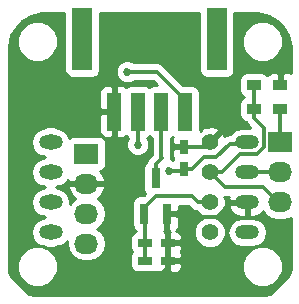
<source format=gbr>
G04 #@! TF.FileFunction,Copper,L2,Bot,Signal*
%FSLAX46Y46*%
G04 Gerber Fmt 4.6, Leading zero omitted, Abs format (unit mm)*
G04 Created by KiCad (PCBNEW 4.0.2+dfsg1-stable) date Sat 29 Oct 2016 09:34:00 PM EDT*
%MOMM*%
G01*
G04 APERTURE LIST*
%ADD10C,0.090000*%
%ADD11R,1.200000X0.750000*%
%ADD12R,1.206500X3.200400*%
%ADD13R,1.700022X5.299964*%
%ADD14R,0.750000X1.200000*%
%ADD15R,0.800100X1.800860*%
%ADD16R,1.200000X0.900000*%
%ADD17O,2.000000X1.200000*%
%ADD18R,2.032000X1.727200*%
%ADD19O,2.032000X1.727200*%
%ADD20C,1.422400*%
%ADD21C,0.685800*%
%ADD22C,0.304800*%
%ADD23C,0.254000*%
G04 APERTURE END LIST*
D10*
D11*
X132969000Y-96393000D03*
X134869000Y-96393000D03*
X132969000Y-97917000D03*
X134869000Y-97917000D03*
D12*
X130335020Y-85290660D03*
X132335016Y-85290660D03*
X134335012Y-85290660D03*
X136335008Y-85290660D03*
D13*
X127635000Y-79121000D03*
X139035028Y-79121000D03*
D14*
X136271000Y-90165000D03*
X136271000Y-88265000D03*
D15*
X134808000Y-93934280D03*
X132908000Y-93934280D03*
X133858000Y-90932000D03*
D16*
X142199000Y-85090000D03*
X144399000Y-85090000D03*
X144399000Y-83058000D03*
X142199000Y-83058000D03*
D17*
X141605000Y-87884000D03*
X124968000Y-87884000D03*
X141605000Y-90424000D03*
X124968000Y-90424000D03*
X141605000Y-92964000D03*
X124968000Y-92964000D03*
X141605000Y-95504000D03*
X124968000Y-95504000D03*
D18*
X144399000Y-87884000D03*
D19*
X144399000Y-90424000D03*
X144399000Y-92964000D03*
D20*
X124968000Y-95504000D03*
X138430000Y-95504000D03*
X124968000Y-92964000D03*
X138430000Y-92964000D03*
X124968000Y-90424000D03*
X138430000Y-90424000D03*
X124968000Y-87884000D03*
X138430000Y-87884000D03*
D18*
X128003300Y-88849200D03*
D19*
X128003300Y-91389200D03*
X128003300Y-93929200D03*
X128003300Y-96469200D03*
D21*
X132345064Y-88088099D03*
X131445000Y-81915000D03*
X134988300Y-90284300D03*
D22*
X132969000Y-96393000D02*
X132969000Y-93995280D01*
X138430000Y-92964000D02*
X137424212Y-92964000D01*
X133885900Y-92456000D02*
X132908000Y-93433900D01*
X136916212Y-92456000D02*
X133885900Y-92456000D01*
X137424212Y-92964000D02*
X136916212Y-92456000D01*
X132908000Y-93433900D02*
X132908000Y-93934280D01*
X132969000Y-93995280D02*
X132908000Y-93934280D01*
X132969000Y-97917000D02*
X132969000Y-96393000D01*
X130335020Y-85290660D02*
X130335020Y-91376500D01*
X130335020Y-91376500D02*
X130335020Y-97442020D01*
X128003300Y-91389200D02*
X129324100Y-91389200D01*
X129324100Y-91389200D02*
X129336800Y-91376500D01*
X129336800Y-91376500D02*
X130335020Y-91376500D01*
X134869000Y-98430000D02*
X134869000Y-97917000D01*
X134366000Y-98933000D02*
X134869000Y-98430000D01*
X131826000Y-98933000D02*
X134366000Y-98933000D01*
X130335020Y-97442020D02*
X131826000Y-98933000D01*
X134869000Y-96393000D02*
X134869000Y-93995280D01*
X134808000Y-93934280D02*
X135512850Y-93934280D01*
X140300200Y-92964000D02*
X141605000Y-92964000D01*
X139030200Y-94234000D02*
X140300200Y-92964000D01*
X135812570Y-94234000D02*
X139030200Y-94234000D01*
X135512850Y-93934280D02*
X135812570Y-94234000D01*
X134808000Y-93934280D02*
X134808000Y-93433900D01*
X134869000Y-93995280D02*
X134808000Y-93934280D01*
X134869000Y-97917000D02*
X134869000Y-96393000D01*
X136271000Y-88265000D02*
X138049000Y-88265000D01*
X138049000Y-88265000D02*
X138430000Y-87884000D01*
X142199000Y-85090000D02*
X142199000Y-83058000D01*
X138430000Y-90424000D02*
X139435788Y-90424000D01*
X143001999Y-86647799D02*
X142199000Y-85844800D01*
X139435788Y-90424000D02*
X140994778Y-88865010D01*
X140994778Y-88865010D02*
X142411347Y-88865010D01*
X142411347Y-88865010D02*
X143001999Y-88274358D01*
X143001999Y-88274358D02*
X143001999Y-86647799D01*
X142199000Y-85844800D02*
X142199000Y-85090000D01*
X132335016Y-85290660D02*
X132335016Y-88078051D01*
X132335016Y-88078051D02*
X132345064Y-88088099D01*
X138430000Y-90424000D02*
X139700000Y-91694000D01*
X139700000Y-91694000D02*
X142976600Y-91694000D01*
X142976600Y-91694000D02*
X144246600Y-92964000D01*
X144246600Y-92964000D02*
X144399000Y-92964000D01*
X131445000Y-81915000D02*
X133956298Y-81915000D01*
X133956298Y-81915000D02*
X136335008Y-84293710D01*
X136335008Y-84293710D02*
X136335008Y-85290660D01*
X134366000Y-89218770D02*
X134335012Y-89187782D01*
X133858000Y-89726770D02*
X134366000Y-89218770D01*
X133858000Y-90932000D02*
X133858000Y-89726770D01*
X134335012Y-89187782D02*
X134335012Y-85290660D01*
X136271000Y-90165000D02*
X136950800Y-90165000D01*
X137961800Y-89154000D02*
X138963400Y-89154000D01*
X136950800Y-90165000D02*
X137961800Y-89154000D01*
X138963400Y-89154000D02*
X140119100Y-87998300D01*
X141490700Y-87998300D02*
X141605000Y-87884000D01*
X140119100Y-87998300D02*
X141490700Y-87998300D01*
X134988300Y-90284300D02*
X136151700Y-90284300D01*
X136151700Y-90284300D02*
X136271000Y-90165000D01*
X141285000Y-88204000D02*
X141605000Y-87884000D01*
X144399000Y-85090000D02*
X144399000Y-87884000D01*
X141605000Y-90424000D02*
X144399000Y-90424000D01*
D23*
G36*
X126137549Y-81770982D02*
X126181827Y-82006299D01*
X126320899Y-82222423D01*
X126533099Y-82367413D01*
X126784989Y-82418422D01*
X128485011Y-82418422D01*
X128720328Y-82374144D01*
X128936452Y-82235072D01*
X129081442Y-82022872D01*
X129132451Y-81770982D01*
X129132451Y-76962000D01*
X137537577Y-76962000D01*
X137537577Y-81770982D01*
X137581855Y-82006299D01*
X137720927Y-82222423D01*
X137933127Y-82367413D01*
X138185017Y-82418422D01*
X139885039Y-82418422D01*
X140120356Y-82374144D01*
X140336480Y-82235072D01*
X140481470Y-82022872D01*
X140532479Y-81770982D01*
X140532479Y-79718599D01*
X141139699Y-79718599D01*
X141403281Y-80356515D01*
X141890918Y-80845004D01*
X142528373Y-81109699D01*
X143218599Y-81110301D01*
X143856515Y-80846719D01*
X144345004Y-80359082D01*
X144609699Y-79721627D01*
X144610301Y-79031401D01*
X144346719Y-78393485D01*
X143859082Y-77904996D01*
X143221627Y-77640301D01*
X142531401Y-77639699D01*
X141893485Y-77903281D01*
X141404996Y-78390918D01*
X141140301Y-79028373D01*
X141139699Y-79718599D01*
X140532479Y-79718599D01*
X140532479Y-76962000D01*
X142431491Y-76962000D01*
X143420995Y-77158824D01*
X144123850Y-77628456D01*
X144621543Y-78126149D01*
X145091175Y-78829005D01*
X145288000Y-79818510D01*
X145288000Y-82040389D01*
X145125309Y-81973000D01*
X144684750Y-81973000D01*
X144526000Y-82131750D01*
X144526000Y-82931000D01*
X144546000Y-82931000D01*
X144546000Y-83185000D01*
X144526000Y-83185000D01*
X144526000Y-83205000D01*
X144272000Y-83205000D01*
X144272000Y-83185000D01*
X144252000Y-83185000D01*
X144252000Y-82931000D01*
X144272000Y-82931000D01*
X144272000Y-82131750D01*
X144113250Y-81973000D01*
X143672691Y-81973000D01*
X143439302Y-82069673D01*
X143298064Y-82210910D01*
X143263090Y-82156559D01*
X143050890Y-82011569D01*
X142799000Y-81960560D01*
X141599000Y-81960560D01*
X141363683Y-82004838D01*
X141147559Y-82143910D01*
X141002569Y-82356110D01*
X140951560Y-82608000D01*
X140951560Y-83508000D01*
X140995838Y-83743317D01*
X141134910Y-83959441D01*
X141304202Y-84075113D01*
X141147559Y-84175910D01*
X141002569Y-84388110D01*
X140951560Y-84640000D01*
X140951560Y-85540000D01*
X140995838Y-85775317D01*
X141134910Y-85991441D01*
X141347110Y-86136431D01*
X141483517Y-86164054D01*
X141642224Y-86401576D01*
X141889648Y-86649000D01*
X141172968Y-86649000D01*
X140700354Y-86743009D01*
X140299691Y-87010723D01*
X140165937Y-87210900D01*
X140119100Y-87210900D01*
X139817775Y-87270837D01*
X139683649Y-87360457D01*
X139610321Y-87183427D01*
X139373395Y-87120210D01*
X138609605Y-87884000D01*
X138623748Y-87898143D01*
X138444143Y-88077748D01*
X138430000Y-88063605D01*
X138415858Y-88077748D01*
X138236253Y-87898143D01*
X138250395Y-87884000D01*
X138236253Y-87869858D01*
X138415858Y-87690253D01*
X138430000Y-87704395D01*
X139193790Y-86940605D01*
X139130573Y-86703679D01*
X138625555Y-86525428D01*
X138090767Y-86554007D01*
X137729427Y-86703679D01*
X137666211Y-86940603D01*
X137585698Y-86860090D01*
X137585698Y-83690460D01*
X137541420Y-83455143D01*
X137402348Y-83239019D01*
X137190148Y-83094029D01*
X136938258Y-83043020D01*
X136197870Y-83043020D01*
X134513074Y-81358224D01*
X134257623Y-81187537D01*
X133956298Y-81127600D01*
X132040727Y-81127600D01*
X131999659Y-81086460D01*
X131640370Y-80937270D01*
X131251337Y-80936931D01*
X130891788Y-81085493D01*
X130616460Y-81360341D01*
X130467270Y-81719630D01*
X130466931Y-82108663D01*
X130615493Y-82468212D01*
X130890341Y-82743540D01*
X131249630Y-82892730D01*
X131638663Y-82893069D01*
X131998212Y-82744507D01*
X132040393Y-82702400D01*
X133630146Y-82702400D01*
X133970766Y-83043020D01*
X133731762Y-83043020D01*
X133496445Y-83087298D01*
X133333635Y-83192064D01*
X133190156Y-83094029D01*
X132938266Y-83043020D01*
X131731766Y-83043020D01*
X131496449Y-83087298D01*
X131336231Y-83190396D01*
X131297968Y-83152133D01*
X131064579Y-83055460D01*
X130620770Y-83055460D01*
X130462020Y-83214210D01*
X130462020Y-85163660D01*
X130482020Y-85163660D01*
X130482020Y-85417660D01*
X130462020Y-85417660D01*
X130462020Y-87367110D01*
X130620770Y-87525860D01*
X131064579Y-87525860D01*
X131297968Y-87429187D01*
X131337289Y-87389866D01*
X131479876Y-87487291D01*
X131547616Y-87501009D01*
X131547616Y-87502402D01*
X131516524Y-87533440D01*
X131367334Y-87892729D01*
X131366995Y-88281762D01*
X131515557Y-88641311D01*
X131790405Y-88916639D01*
X132149694Y-89065829D01*
X132538727Y-89066168D01*
X132898276Y-88917606D01*
X133173604Y-88642758D01*
X133322794Y-88283469D01*
X133323133Y-87894436D01*
X133174571Y-87534887D01*
X133140072Y-87500328D01*
X133173583Y-87494022D01*
X133336393Y-87389256D01*
X133479872Y-87487291D01*
X133547612Y-87501009D01*
X133547612Y-88923606D01*
X133301224Y-89169994D01*
X133130537Y-89425445D01*
X133116343Y-89496804D01*
X133006509Y-89567480D01*
X132861519Y-89779680D01*
X132810510Y-90031570D01*
X132810510Y-91832430D01*
X132854788Y-92067747D01*
X132974525Y-92253823D01*
X132841938Y-92386410D01*
X132507950Y-92386410D01*
X132272633Y-92430688D01*
X132056509Y-92569760D01*
X131911519Y-92781960D01*
X131860510Y-93033850D01*
X131860510Y-94834710D01*
X131904788Y-95070027D01*
X132043860Y-95286151D01*
X132181600Y-95380265D01*
X132181600Y-95405822D01*
X132133683Y-95414838D01*
X131917559Y-95553910D01*
X131772569Y-95766110D01*
X131721560Y-96018000D01*
X131721560Y-96768000D01*
X131765838Y-97003317D01*
X131864143Y-97156087D01*
X131772569Y-97290110D01*
X131721560Y-97542000D01*
X131721560Y-98292000D01*
X131765838Y-98527317D01*
X131904910Y-98743441D01*
X132117110Y-98888431D01*
X132369000Y-98939440D01*
X133569000Y-98939440D01*
X133804317Y-98895162D01*
X133907646Y-98828671D01*
X133909302Y-98830327D01*
X134142691Y-98927000D01*
X134583250Y-98927000D01*
X134742000Y-98768250D01*
X134742000Y-98044000D01*
X134996000Y-98044000D01*
X134996000Y-98768250D01*
X135154750Y-98927000D01*
X135595309Y-98927000D01*
X135828698Y-98830327D01*
X135890426Y-98768599D01*
X141139699Y-98768599D01*
X141403281Y-99406515D01*
X141890918Y-99895004D01*
X142528373Y-100159699D01*
X143218599Y-100160301D01*
X143856515Y-99896719D01*
X144345004Y-99409082D01*
X144609699Y-98771627D01*
X144610301Y-98081401D01*
X144346719Y-97443485D01*
X143859082Y-96954996D01*
X143221627Y-96690301D01*
X142531401Y-96689699D01*
X141893485Y-96953281D01*
X141404996Y-97440918D01*
X141140301Y-98078373D01*
X141139699Y-98768599D01*
X135890426Y-98768599D01*
X136007327Y-98651699D01*
X136104000Y-98418310D01*
X136104000Y-98202750D01*
X135945250Y-98044000D01*
X134996000Y-98044000D01*
X134742000Y-98044000D01*
X134722000Y-98044000D01*
X134722000Y-97790000D01*
X134742000Y-97790000D01*
X134742000Y-96520000D01*
X134996000Y-96520000D01*
X134996000Y-97790000D01*
X135945250Y-97790000D01*
X136104000Y-97631250D01*
X136104000Y-97415690D01*
X136007327Y-97182301D01*
X135980026Y-97155000D01*
X136007327Y-97127699D01*
X136104000Y-96894310D01*
X136104000Y-96678750D01*
X135945250Y-96520000D01*
X134996000Y-96520000D01*
X134742000Y-96520000D01*
X134722000Y-96520000D01*
X134722000Y-96266000D01*
X134742000Y-96266000D01*
X134742000Y-95541750D01*
X134596105Y-95395855D01*
X134681000Y-95310960D01*
X134681000Y-94061280D01*
X134935000Y-94061280D01*
X134935000Y-95310960D01*
X135080895Y-95456855D01*
X134996000Y-95541750D01*
X134996000Y-96266000D01*
X135945250Y-96266000D01*
X136104000Y-96107250D01*
X136104000Y-95891690D01*
X136007327Y-95658301D01*
X135828698Y-95479673D01*
X135595309Y-95383000D01*
X135543695Y-95383000D01*
X135567748Y-95373037D01*
X135746377Y-95194409D01*
X135843050Y-94961020D01*
X135843050Y-94220030D01*
X135684300Y-94061280D01*
X134935000Y-94061280D01*
X134681000Y-94061280D01*
X134661000Y-94061280D01*
X134661000Y-93807280D01*
X134681000Y-93807280D01*
X134681000Y-93787280D01*
X134935000Y-93787280D01*
X134935000Y-93807280D01*
X135684300Y-93807280D01*
X135843050Y-93648530D01*
X135843050Y-93243400D01*
X136590060Y-93243400D01*
X136867436Y-93520776D01*
X137122887Y-93691463D01*
X137287521Y-93724211D01*
X137288081Y-93725565D01*
X137666443Y-94104588D01*
X137978258Y-94234065D01*
X137668435Y-94362081D01*
X137289412Y-94740443D01*
X137084034Y-95235049D01*
X137083566Y-95770601D01*
X137288081Y-96265565D01*
X137666443Y-96644588D01*
X138161049Y-96849966D01*
X138696601Y-96850434D01*
X139191565Y-96645919D01*
X139570588Y-96267557D01*
X139775966Y-95772951D01*
X139776201Y-95504000D01*
X139937968Y-95504000D01*
X140031977Y-95976614D01*
X140299691Y-96377277D01*
X140700354Y-96644991D01*
X141172968Y-96739000D01*
X142037032Y-96739000D01*
X142509646Y-96644991D01*
X142910309Y-96377277D01*
X143178023Y-95976614D01*
X143272032Y-95504000D01*
X143178023Y-95031386D01*
X142910309Y-94630723D01*
X142509646Y-94363009D01*
X142037032Y-94269000D01*
X141172968Y-94269000D01*
X140700354Y-94363009D01*
X140299691Y-94630723D01*
X140031977Y-95031386D01*
X139937968Y-95504000D01*
X139776201Y-95504000D01*
X139776434Y-95237399D01*
X139571919Y-94742435D01*
X139193557Y-94363412D01*
X138881742Y-94233935D01*
X139191565Y-94105919D01*
X139570588Y-93727557D01*
X139755761Y-93281609D01*
X140011538Y-93281609D01*
X140015408Y-93319281D01*
X140241920Y-93747474D01*
X140615053Y-94056390D01*
X141078000Y-94199000D01*
X141478000Y-94199000D01*
X141478000Y-93091000D01*
X140136269Y-93091000D01*
X140011538Y-93281609D01*
X139755761Y-93281609D01*
X139775966Y-93232951D01*
X139776434Y-92697399D01*
X139686037Y-92478623D01*
X139700000Y-92481400D01*
X140082759Y-92481400D01*
X140015408Y-92608719D01*
X140011538Y-92646391D01*
X140136269Y-92837000D01*
X141478000Y-92837000D01*
X141478000Y-92817000D01*
X141732000Y-92817000D01*
X141732000Y-92837000D01*
X141752000Y-92837000D01*
X141752000Y-93091000D01*
X141732000Y-93091000D01*
X141732000Y-94199000D01*
X142132000Y-94199000D01*
X142594947Y-94056390D01*
X142968080Y-93747474D01*
X142968945Y-93745840D01*
X143154585Y-94023670D01*
X143640766Y-94348526D01*
X144214255Y-94462600D01*
X144583745Y-94462600D01*
X145157234Y-94348526D01*
X145288000Y-94261151D01*
X145288000Y-98616491D01*
X145190938Y-99104456D01*
X143554456Y-100740938D01*
X143066491Y-100838000D01*
X123633509Y-100838000D01*
X123145544Y-100740938D01*
X121509062Y-99104456D01*
X121442257Y-98768599D01*
X122089699Y-98768599D01*
X122353281Y-99406515D01*
X122840918Y-99895004D01*
X123478373Y-100159699D01*
X124168599Y-100160301D01*
X124806515Y-99896719D01*
X125295004Y-99409082D01*
X125559699Y-98771627D01*
X125560301Y-98081401D01*
X125296719Y-97443485D01*
X124809082Y-96954996D01*
X124171627Y-96690301D01*
X123481401Y-96689699D01*
X122843485Y-96953281D01*
X122354996Y-97440918D01*
X122090301Y-98078373D01*
X122089699Y-98768599D01*
X121442257Y-98768599D01*
X121412000Y-98616491D01*
X121412000Y-87884000D01*
X123300968Y-87884000D01*
X123394977Y-88356614D01*
X123662691Y-88757277D01*
X124063354Y-89024991D01*
X124336040Y-89079232D01*
X124516258Y-89154065D01*
X124334925Y-89228990D01*
X124063354Y-89283009D01*
X123662691Y-89550723D01*
X123394977Y-89951386D01*
X123300968Y-90424000D01*
X123394977Y-90896614D01*
X123662691Y-91297277D01*
X124063354Y-91564991D01*
X124336040Y-91619232D01*
X124516258Y-91694065D01*
X124334925Y-91768990D01*
X124063354Y-91823009D01*
X123662691Y-92090723D01*
X123394977Y-92491386D01*
X123300968Y-92964000D01*
X123394977Y-93436614D01*
X123662691Y-93837277D01*
X124063354Y-94104991D01*
X124336040Y-94159232D01*
X124516258Y-94234065D01*
X124334925Y-94308990D01*
X124063354Y-94363009D01*
X123662691Y-94630723D01*
X123394977Y-95031386D01*
X123300968Y-95504000D01*
X123394977Y-95976614D01*
X123662691Y-96377277D01*
X124063354Y-96644991D01*
X124336040Y-96699232D01*
X124699049Y-96849966D01*
X125234601Y-96850434D01*
X125601075Y-96699010D01*
X125872646Y-96644991D01*
X126273309Y-96377277D01*
X126365762Y-96238910D01*
X126319955Y-96469200D01*
X126434029Y-97042689D01*
X126758885Y-97528870D01*
X127245066Y-97853726D01*
X127818555Y-97967800D01*
X128188045Y-97967800D01*
X128761534Y-97853726D01*
X129247715Y-97528870D01*
X129572571Y-97042689D01*
X129686645Y-96469200D01*
X129572571Y-95895711D01*
X129247715Y-95409530D01*
X128932934Y-95199200D01*
X129247715Y-94988870D01*
X129572571Y-94502689D01*
X129686645Y-93929200D01*
X129572571Y-93355711D01*
X129247715Y-92869530D01*
X128938231Y-92662739D01*
X129354032Y-92291236D01*
X129608009Y-91763991D01*
X129610658Y-91748226D01*
X129489517Y-91516200D01*
X128130300Y-91516200D01*
X128130300Y-91536200D01*
X127876300Y-91536200D01*
X127876300Y-91516200D01*
X126517083Y-91516200D01*
X126395942Y-91748226D01*
X126398591Y-91763991D01*
X126652568Y-92291236D01*
X127068369Y-92662739D01*
X126758885Y-92869530D01*
X126609290Y-93093415D01*
X126635032Y-92964000D01*
X126541023Y-92491386D01*
X126273309Y-92090723D01*
X125872646Y-91823009D01*
X125599960Y-91768768D01*
X125419742Y-91693935D01*
X125601075Y-91619010D01*
X125872646Y-91564991D01*
X126273309Y-91297277D01*
X126420435Y-91077087D01*
X126517083Y-91262200D01*
X127876300Y-91262200D01*
X127876300Y-91242200D01*
X128130300Y-91242200D01*
X128130300Y-91262200D01*
X129489517Y-91262200D01*
X129610658Y-91030174D01*
X129608009Y-91014409D01*
X129354032Y-90487164D01*
X129178455Y-90330293D01*
X129254617Y-90315962D01*
X129470741Y-90176890D01*
X129615731Y-89964690D01*
X129666740Y-89712800D01*
X129666740Y-87985600D01*
X129622462Y-87750283D01*
X129483390Y-87534159D01*
X129271190Y-87389169D01*
X129019300Y-87338160D01*
X126987300Y-87338160D01*
X126751983Y-87382438D01*
X126559856Y-87506068D01*
X126541023Y-87411386D01*
X126273309Y-87010723D01*
X125872646Y-86743009D01*
X125599960Y-86688768D01*
X125236951Y-86538034D01*
X124701399Y-86537566D01*
X124334925Y-86688990D01*
X124063354Y-86743009D01*
X123662691Y-87010723D01*
X123394977Y-87411386D01*
X123300968Y-87884000D01*
X121412000Y-87884000D01*
X121412000Y-85576410D01*
X129096770Y-85576410D01*
X129096770Y-87017170D01*
X129193443Y-87250559D01*
X129372072Y-87429187D01*
X129605461Y-87525860D01*
X130049270Y-87525860D01*
X130208020Y-87367110D01*
X130208020Y-85417660D01*
X129255520Y-85417660D01*
X129096770Y-85576410D01*
X121412000Y-85576410D01*
X121412000Y-83564150D01*
X129096770Y-83564150D01*
X129096770Y-85004910D01*
X129255520Y-85163660D01*
X130208020Y-85163660D01*
X130208020Y-83214210D01*
X130049270Y-83055460D01*
X129605461Y-83055460D01*
X129372072Y-83152133D01*
X129193443Y-83330761D01*
X129096770Y-83564150D01*
X121412000Y-83564150D01*
X121412000Y-79818509D01*
X121431873Y-79718599D01*
X122089699Y-79718599D01*
X122353281Y-80356515D01*
X122840918Y-80845004D01*
X123478373Y-81109699D01*
X124168599Y-81110301D01*
X124806515Y-80846719D01*
X125295004Y-80359082D01*
X125559699Y-79721627D01*
X125560301Y-79031401D01*
X125296719Y-78393485D01*
X124809082Y-77904996D01*
X124171627Y-77640301D01*
X123481401Y-77639699D01*
X122843485Y-77903281D01*
X122354996Y-78390918D01*
X122090301Y-79028373D01*
X122089699Y-79718599D01*
X121431873Y-79718599D01*
X121608824Y-78829005D01*
X122078456Y-78126150D01*
X122576149Y-77628457D01*
X123279005Y-77158825D01*
X124268510Y-76962000D01*
X126137549Y-76962000D01*
X126137549Y-81770982D01*
X126137549Y-81770982D01*
G37*
X126137549Y-81770982D02*
X126181827Y-82006299D01*
X126320899Y-82222423D01*
X126533099Y-82367413D01*
X126784989Y-82418422D01*
X128485011Y-82418422D01*
X128720328Y-82374144D01*
X128936452Y-82235072D01*
X129081442Y-82022872D01*
X129132451Y-81770982D01*
X129132451Y-76962000D01*
X137537577Y-76962000D01*
X137537577Y-81770982D01*
X137581855Y-82006299D01*
X137720927Y-82222423D01*
X137933127Y-82367413D01*
X138185017Y-82418422D01*
X139885039Y-82418422D01*
X140120356Y-82374144D01*
X140336480Y-82235072D01*
X140481470Y-82022872D01*
X140532479Y-81770982D01*
X140532479Y-79718599D01*
X141139699Y-79718599D01*
X141403281Y-80356515D01*
X141890918Y-80845004D01*
X142528373Y-81109699D01*
X143218599Y-81110301D01*
X143856515Y-80846719D01*
X144345004Y-80359082D01*
X144609699Y-79721627D01*
X144610301Y-79031401D01*
X144346719Y-78393485D01*
X143859082Y-77904996D01*
X143221627Y-77640301D01*
X142531401Y-77639699D01*
X141893485Y-77903281D01*
X141404996Y-78390918D01*
X141140301Y-79028373D01*
X141139699Y-79718599D01*
X140532479Y-79718599D01*
X140532479Y-76962000D01*
X142431491Y-76962000D01*
X143420995Y-77158824D01*
X144123850Y-77628456D01*
X144621543Y-78126149D01*
X145091175Y-78829005D01*
X145288000Y-79818510D01*
X145288000Y-82040389D01*
X145125309Y-81973000D01*
X144684750Y-81973000D01*
X144526000Y-82131750D01*
X144526000Y-82931000D01*
X144546000Y-82931000D01*
X144546000Y-83185000D01*
X144526000Y-83185000D01*
X144526000Y-83205000D01*
X144272000Y-83205000D01*
X144272000Y-83185000D01*
X144252000Y-83185000D01*
X144252000Y-82931000D01*
X144272000Y-82931000D01*
X144272000Y-82131750D01*
X144113250Y-81973000D01*
X143672691Y-81973000D01*
X143439302Y-82069673D01*
X143298064Y-82210910D01*
X143263090Y-82156559D01*
X143050890Y-82011569D01*
X142799000Y-81960560D01*
X141599000Y-81960560D01*
X141363683Y-82004838D01*
X141147559Y-82143910D01*
X141002569Y-82356110D01*
X140951560Y-82608000D01*
X140951560Y-83508000D01*
X140995838Y-83743317D01*
X141134910Y-83959441D01*
X141304202Y-84075113D01*
X141147559Y-84175910D01*
X141002569Y-84388110D01*
X140951560Y-84640000D01*
X140951560Y-85540000D01*
X140995838Y-85775317D01*
X141134910Y-85991441D01*
X141347110Y-86136431D01*
X141483517Y-86164054D01*
X141642224Y-86401576D01*
X141889648Y-86649000D01*
X141172968Y-86649000D01*
X140700354Y-86743009D01*
X140299691Y-87010723D01*
X140165937Y-87210900D01*
X140119100Y-87210900D01*
X139817775Y-87270837D01*
X139683649Y-87360457D01*
X139610321Y-87183427D01*
X139373395Y-87120210D01*
X138609605Y-87884000D01*
X138623748Y-87898143D01*
X138444143Y-88077748D01*
X138430000Y-88063605D01*
X138415858Y-88077748D01*
X138236253Y-87898143D01*
X138250395Y-87884000D01*
X138236253Y-87869858D01*
X138415858Y-87690253D01*
X138430000Y-87704395D01*
X139193790Y-86940605D01*
X139130573Y-86703679D01*
X138625555Y-86525428D01*
X138090767Y-86554007D01*
X137729427Y-86703679D01*
X137666211Y-86940603D01*
X137585698Y-86860090D01*
X137585698Y-83690460D01*
X137541420Y-83455143D01*
X137402348Y-83239019D01*
X137190148Y-83094029D01*
X136938258Y-83043020D01*
X136197870Y-83043020D01*
X134513074Y-81358224D01*
X134257623Y-81187537D01*
X133956298Y-81127600D01*
X132040727Y-81127600D01*
X131999659Y-81086460D01*
X131640370Y-80937270D01*
X131251337Y-80936931D01*
X130891788Y-81085493D01*
X130616460Y-81360341D01*
X130467270Y-81719630D01*
X130466931Y-82108663D01*
X130615493Y-82468212D01*
X130890341Y-82743540D01*
X131249630Y-82892730D01*
X131638663Y-82893069D01*
X131998212Y-82744507D01*
X132040393Y-82702400D01*
X133630146Y-82702400D01*
X133970766Y-83043020D01*
X133731762Y-83043020D01*
X133496445Y-83087298D01*
X133333635Y-83192064D01*
X133190156Y-83094029D01*
X132938266Y-83043020D01*
X131731766Y-83043020D01*
X131496449Y-83087298D01*
X131336231Y-83190396D01*
X131297968Y-83152133D01*
X131064579Y-83055460D01*
X130620770Y-83055460D01*
X130462020Y-83214210D01*
X130462020Y-85163660D01*
X130482020Y-85163660D01*
X130482020Y-85417660D01*
X130462020Y-85417660D01*
X130462020Y-87367110D01*
X130620770Y-87525860D01*
X131064579Y-87525860D01*
X131297968Y-87429187D01*
X131337289Y-87389866D01*
X131479876Y-87487291D01*
X131547616Y-87501009D01*
X131547616Y-87502402D01*
X131516524Y-87533440D01*
X131367334Y-87892729D01*
X131366995Y-88281762D01*
X131515557Y-88641311D01*
X131790405Y-88916639D01*
X132149694Y-89065829D01*
X132538727Y-89066168D01*
X132898276Y-88917606D01*
X133173604Y-88642758D01*
X133322794Y-88283469D01*
X133323133Y-87894436D01*
X133174571Y-87534887D01*
X133140072Y-87500328D01*
X133173583Y-87494022D01*
X133336393Y-87389256D01*
X133479872Y-87487291D01*
X133547612Y-87501009D01*
X133547612Y-88923606D01*
X133301224Y-89169994D01*
X133130537Y-89425445D01*
X133116343Y-89496804D01*
X133006509Y-89567480D01*
X132861519Y-89779680D01*
X132810510Y-90031570D01*
X132810510Y-91832430D01*
X132854788Y-92067747D01*
X132974525Y-92253823D01*
X132841938Y-92386410D01*
X132507950Y-92386410D01*
X132272633Y-92430688D01*
X132056509Y-92569760D01*
X131911519Y-92781960D01*
X131860510Y-93033850D01*
X131860510Y-94834710D01*
X131904788Y-95070027D01*
X132043860Y-95286151D01*
X132181600Y-95380265D01*
X132181600Y-95405822D01*
X132133683Y-95414838D01*
X131917559Y-95553910D01*
X131772569Y-95766110D01*
X131721560Y-96018000D01*
X131721560Y-96768000D01*
X131765838Y-97003317D01*
X131864143Y-97156087D01*
X131772569Y-97290110D01*
X131721560Y-97542000D01*
X131721560Y-98292000D01*
X131765838Y-98527317D01*
X131904910Y-98743441D01*
X132117110Y-98888431D01*
X132369000Y-98939440D01*
X133569000Y-98939440D01*
X133804317Y-98895162D01*
X133907646Y-98828671D01*
X133909302Y-98830327D01*
X134142691Y-98927000D01*
X134583250Y-98927000D01*
X134742000Y-98768250D01*
X134742000Y-98044000D01*
X134996000Y-98044000D01*
X134996000Y-98768250D01*
X135154750Y-98927000D01*
X135595309Y-98927000D01*
X135828698Y-98830327D01*
X135890426Y-98768599D01*
X141139699Y-98768599D01*
X141403281Y-99406515D01*
X141890918Y-99895004D01*
X142528373Y-100159699D01*
X143218599Y-100160301D01*
X143856515Y-99896719D01*
X144345004Y-99409082D01*
X144609699Y-98771627D01*
X144610301Y-98081401D01*
X144346719Y-97443485D01*
X143859082Y-96954996D01*
X143221627Y-96690301D01*
X142531401Y-96689699D01*
X141893485Y-96953281D01*
X141404996Y-97440918D01*
X141140301Y-98078373D01*
X141139699Y-98768599D01*
X135890426Y-98768599D01*
X136007327Y-98651699D01*
X136104000Y-98418310D01*
X136104000Y-98202750D01*
X135945250Y-98044000D01*
X134996000Y-98044000D01*
X134742000Y-98044000D01*
X134722000Y-98044000D01*
X134722000Y-97790000D01*
X134742000Y-97790000D01*
X134742000Y-96520000D01*
X134996000Y-96520000D01*
X134996000Y-97790000D01*
X135945250Y-97790000D01*
X136104000Y-97631250D01*
X136104000Y-97415690D01*
X136007327Y-97182301D01*
X135980026Y-97155000D01*
X136007327Y-97127699D01*
X136104000Y-96894310D01*
X136104000Y-96678750D01*
X135945250Y-96520000D01*
X134996000Y-96520000D01*
X134742000Y-96520000D01*
X134722000Y-96520000D01*
X134722000Y-96266000D01*
X134742000Y-96266000D01*
X134742000Y-95541750D01*
X134596105Y-95395855D01*
X134681000Y-95310960D01*
X134681000Y-94061280D01*
X134935000Y-94061280D01*
X134935000Y-95310960D01*
X135080895Y-95456855D01*
X134996000Y-95541750D01*
X134996000Y-96266000D01*
X135945250Y-96266000D01*
X136104000Y-96107250D01*
X136104000Y-95891690D01*
X136007327Y-95658301D01*
X135828698Y-95479673D01*
X135595309Y-95383000D01*
X135543695Y-95383000D01*
X135567748Y-95373037D01*
X135746377Y-95194409D01*
X135843050Y-94961020D01*
X135843050Y-94220030D01*
X135684300Y-94061280D01*
X134935000Y-94061280D01*
X134681000Y-94061280D01*
X134661000Y-94061280D01*
X134661000Y-93807280D01*
X134681000Y-93807280D01*
X134681000Y-93787280D01*
X134935000Y-93787280D01*
X134935000Y-93807280D01*
X135684300Y-93807280D01*
X135843050Y-93648530D01*
X135843050Y-93243400D01*
X136590060Y-93243400D01*
X136867436Y-93520776D01*
X137122887Y-93691463D01*
X137287521Y-93724211D01*
X137288081Y-93725565D01*
X137666443Y-94104588D01*
X137978258Y-94234065D01*
X137668435Y-94362081D01*
X137289412Y-94740443D01*
X137084034Y-95235049D01*
X137083566Y-95770601D01*
X137288081Y-96265565D01*
X137666443Y-96644588D01*
X138161049Y-96849966D01*
X138696601Y-96850434D01*
X139191565Y-96645919D01*
X139570588Y-96267557D01*
X139775966Y-95772951D01*
X139776201Y-95504000D01*
X139937968Y-95504000D01*
X140031977Y-95976614D01*
X140299691Y-96377277D01*
X140700354Y-96644991D01*
X141172968Y-96739000D01*
X142037032Y-96739000D01*
X142509646Y-96644991D01*
X142910309Y-96377277D01*
X143178023Y-95976614D01*
X143272032Y-95504000D01*
X143178023Y-95031386D01*
X142910309Y-94630723D01*
X142509646Y-94363009D01*
X142037032Y-94269000D01*
X141172968Y-94269000D01*
X140700354Y-94363009D01*
X140299691Y-94630723D01*
X140031977Y-95031386D01*
X139937968Y-95504000D01*
X139776201Y-95504000D01*
X139776434Y-95237399D01*
X139571919Y-94742435D01*
X139193557Y-94363412D01*
X138881742Y-94233935D01*
X139191565Y-94105919D01*
X139570588Y-93727557D01*
X139755761Y-93281609D01*
X140011538Y-93281609D01*
X140015408Y-93319281D01*
X140241920Y-93747474D01*
X140615053Y-94056390D01*
X141078000Y-94199000D01*
X141478000Y-94199000D01*
X141478000Y-93091000D01*
X140136269Y-93091000D01*
X140011538Y-93281609D01*
X139755761Y-93281609D01*
X139775966Y-93232951D01*
X139776434Y-92697399D01*
X139686037Y-92478623D01*
X139700000Y-92481400D01*
X140082759Y-92481400D01*
X140015408Y-92608719D01*
X140011538Y-92646391D01*
X140136269Y-92837000D01*
X141478000Y-92837000D01*
X141478000Y-92817000D01*
X141732000Y-92817000D01*
X141732000Y-92837000D01*
X141752000Y-92837000D01*
X141752000Y-93091000D01*
X141732000Y-93091000D01*
X141732000Y-94199000D01*
X142132000Y-94199000D01*
X142594947Y-94056390D01*
X142968080Y-93747474D01*
X142968945Y-93745840D01*
X143154585Y-94023670D01*
X143640766Y-94348526D01*
X144214255Y-94462600D01*
X144583745Y-94462600D01*
X145157234Y-94348526D01*
X145288000Y-94261151D01*
X145288000Y-98616491D01*
X145190938Y-99104456D01*
X143554456Y-100740938D01*
X143066491Y-100838000D01*
X123633509Y-100838000D01*
X123145544Y-100740938D01*
X121509062Y-99104456D01*
X121442257Y-98768599D01*
X122089699Y-98768599D01*
X122353281Y-99406515D01*
X122840918Y-99895004D01*
X123478373Y-100159699D01*
X124168599Y-100160301D01*
X124806515Y-99896719D01*
X125295004Y-99409082D01*
X125559699Y-98771627D01*
X125560301Y-98081401D01*
X125296719Y-97443485D01*
X124809082Y-96954996D01*
X124171627Y-96690301D01*
X123481401Y-96689699D01*
X122843485Y-96953281D01*
X122354996Y-97440918D01*
X122090301Y-98078373D01*
X122089699Y-98768599D01*
X121442257Y-98768599D01*
X121412000Y-98616491D01*
X121412000Y-87884000D01*
X123300968Y-87884000D01*
X123394977Y-88356614D01*
X123662691Y-88757277D01*
X124063354Y-89024991D01*
X124336040Y-89079232D01*
X124516258Y-89154065D01*
X124334925Y-89228990D01*
X124063354Y-89283009D01*
X123662691Y-89550723D01*
X123394977Y-89951386D01*
X123300968Y-90424000D01*
X123394977Y-90896614D01*
X123662691Y-91297277D01*
X124063354Y-91564991D01*
X124336040Y-91619232D01*
X124516258Y-91694065D01*
X124334925Y-91768990D01*
X124063354Y-91823009D01*
X123662691Y-92090723D01*
X123394977Y-92491386D01*
X123300968Y-92964000D01*
X123394977Y-93436614D01*
X123662691Y-93837277D01*
X124063354Y-94104991D01*
X124336040Y-94159232D01*
X124516258Y-94234065D01*
X124334925Y-94308990D01*
X124063354Y-94363009D01*
X123662691Y-94630723D01*
X123394977Y-95031386D01*
X123300968Y-95504000D01*
X123394977Y-95976614D01*
X123662691Y-96377277D01*
X124063354Y-96644991D01*
X124336040Y-96699232D01*
X124699049Y-96849966D01*
X125234601Y-96850434D01*
X125601075Y-96699010D01*
X125872646Y-96644991D01*
X126273309Y-96377277D01*
X126365762Y-96238910D01*
X126319955Y-96469200D01*
X126434029Y-97042689D01*
X126758885Y-97528870D01*
X127245066Y-97853726D01*
X127818555Y-97967800D01*
X128188045Y-97967800D01*
X128761534Y-97853726D01*
X129247715Y-97528870D01*
X129572571Y-97042689D01*
X129686645Y-96469200D01*
X129572571Y-95895711D01*
X129247715Y-95409530D01*
X128932934Y-95199200D01*
X129247715Y-94988870D01*
X129572571Y-94502689D01*
X129686645Y-93929200D01*
X129572571Y-93355711D01*
X129247715Y-92869530D01*
X128938231Y-92662739D01*
X129354032Y-92291236D01*
X129608009Y-91763991D01*
X129610658Y-91748226D01*
X129489517Y-91516200D01*
X128130300Y-91516200D01*
X128130300Y-91536200D01*
X127876300Y-91536200D01*
X127876300Y-91516200D01*
X126517083Y-91516200D01*
X126395942Y-91748226D01*
X126398591Y-91763991D01*
X126652568Y-92291236D01*
X127068369Y-92662739D01*
X126758885Y-92869530D01*
X126609290Y-93093415D01*
X126635032Y-92964000D01*
X126541023Y-92491386D01*
X126273309Y-92090723D01*
X125872646Y-91823009D01*
X125599960Y-91768768D01*
X125419742Y-91693935D01*
X125601075Y-91619010D01*
X125872646Y-91564991D01*
X126273309Y-91297277D01*
X126420435Y-91077087D01*
X126517083Y-91262200D01*
X127876300Y-91262200D01*
X127876300Y-91242200D01*
X128130300Y-91242200D01*
X128130300Y-91262200D01*
X129489517Y-91262200D01*
X129610658Y-91030174D01*
X129608009Y-91014409D01*
X129354032Y-90487164D01*
X129178455Y-90330293D01*
X129254617Y-90315962D01*
X129470741Y-90176890D01*
X129615731Y-89964690D01*
X129666740Y-89712800D01*
X129666740Y-87985600D01*
X129622462Y-87750283D01*
X129483390Y-87534159D01*
X129271190Y-87389169D01*
X129019300Y-87338160D01*
X126987300Y-87338160D01*
X126751983Y-87382438D01*
X126559856Y-87506068D01*
X126541023Y-87411386D01*
X126273309Y-87010723D01*
X125872646Y-86743009D01*
X125599960Y-86688768D01*
X125236951Y-86538034D01*
X124701399Y-86537566D01*
X124334925Y-86688990D01*
X124063354Y-86743009D01*
X123662691Y-87010723D01*
X123394977Y-87411386D01*
X123300968Y-87884000D01*
X121412000Y-87884000D01*
X121412000Y-85576410D01*
X129096770Y-85576410D01*
X129096770Y-87017170D01*
X129193443Y-87250559D01*
X129372072Y-87429187D01*
X129605461Y-87525860D01*
X130049270Y-87525860D01*
X130208020Y-87367110D01*
X130208020Y-85417660D01*
X129255520Y-85417660D01*
X129096770Y-85576410D01*
X121412000Y-85576410D01*
X121412000Y-83564150D01*
X129096770Y-83564150D01*
X129096770Y-85004910D01*
X129255520Y-85163660D01*
X130208020Y-85163660D01*
X130208020Y-83214210D01*
X130049270Y-83055460D01*
X129605461Y-83055460D01*
X129372072Y-83152133D01*
X129193443Y-83330761D01*
X129096770Y-83564150D01*
X121412000Y-83564150D01*
X121412000Y-79818509D01*
X121431873Y-79718599D01*
X122089699Y-79718599D01*
X122353281Y-80356515D01*
X122840918Y-80845004D01*
X123478373Y-81109699D01*
X124168599Y-81110301D01*
X124806515Y-80846719D01*
X125295004Y-80359082D01*
X125559699Y-79721627D01*
X125560301Y-79031401D01*
X125296719Y-78393485D01*
X124809082Y-77904996D01*
X124171627Y-77640301D01*
X123481401Y-77639699D01*
X122843485Y-77903281D01*
X122354996Y-78390918D01*
X122090301Y-79028373D01*
X122089699Y-79718599D01*
X121431873Y-79718599D01*
X121608824Y-78829005D01*
X122078456Y-78126150D01*
X122576149Y-77628457D01*
X123279005Y-77158825D01*
X124268510Y-76962000D01*
X126137549Y-76962000D01*
X126137549Y-81770982D01*
G36*
X135261000Y-87538691D02*
X135261000Y-87979250D01*
X135419750Y-88138000D01*
X136144000Y-88138000D01*
X136144000Y-88118000D01*
X136398000Y-88118000D01*
X136398000Y-88138000D01*
X136418000Y-88138000D01*
X136418000Y-88392000D01*
X136398000Y-88392000D01*
X136398000Y-88412000D01*
X136144000Y-88412000D01*
X136144000Y-88392000D01*
X135419750Y-88392000D01*
X135261000Y-88550750D01*
X135261000Y-88991309D01*
X135357673Y-89224698D01*
X135359043Y-89226068D01*
X135299569Y-89313110D01*
X135291801Y-89351470D01*
X135183670Y-89306570D01*
X135135944Y-89306528D01*
X135153400Y-89218770D01*
X135122412Y-89062982D01*
X135122412Y-87503650D01*
X135173579Y-87494022D01*
X135317995Y-87401093D01*
X135261000Y-87538691D01*
X135261000Y-87538691D01*
G37*
X135261000Y-87538691D02*
X135261000Y-87979250D01*
X135419750Y-88138000D01*
X136144000Y-88138000D01*
X136144000Y-88118000D01*
X136398000Y-88118000D01*
X136398000Y-88138000D01*
X136418000Y-88138000D01*
X136418000Y-88392000D01*
X136398000Y-88392000D01*
X136398000Y-88412000D01*
X136144000Y-88412000D01*
X136144000Y-88392000D01*
X135419750Y-88392000D01*
X135261000Y-88550750D01*
X135261000Y-88991309D01*
X135357673Y-89224698D01*
X135359043Y-89226068D01*
X135299569Y-89313110D01*
X135291801Y-89351470D01*
X135183670Y-89306570D01*
X135135944Y-89306528D01*
X135153400Y-89218770D01*
X135122412Y-89062982D01*
X135122412Y-87503650D01*
X135173579Y-87494022D01*
X135317995Y-87401093D01*
X135261000Y-87538691D01*
M02*

</source>
